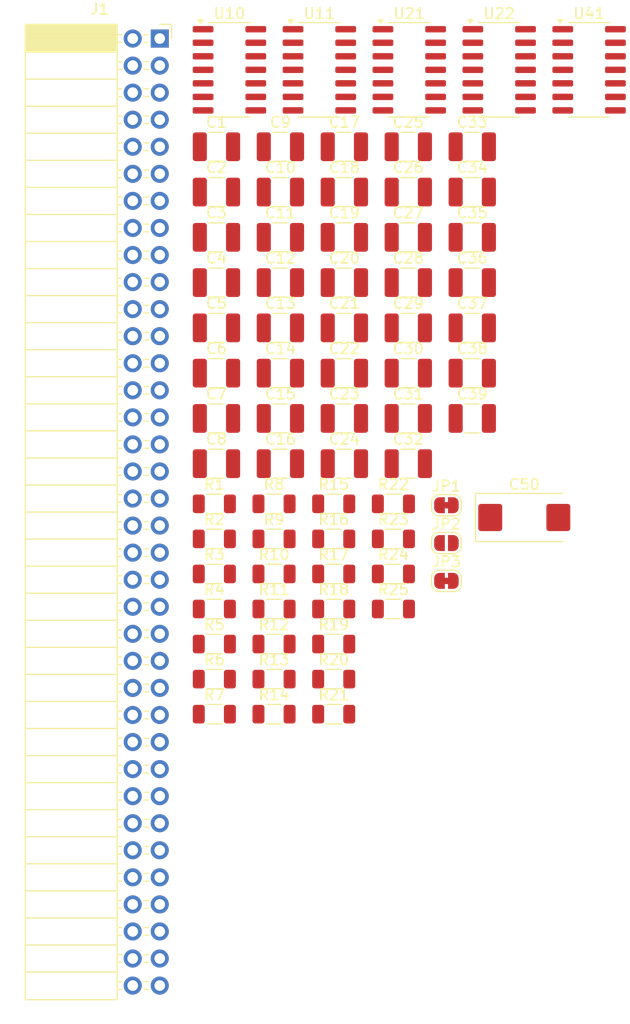
<source format=kicad_pcb>
(kicad_pcb (version 20241229) (generator "pcbnew") (generator_version "9.0")
  (layers (0 "F.Cu" signal) (2 "B.Cu" signal) (13 "F.Paste" user) (15 "B.Paste" user) (5 "F.SilkS" user "F.Silkscreen") (7 "B.SilkS" user "B.Silkscreen") (1 "F.Mask" user) (3 "B.Mask" user) (25 "Edge.Cuts" user))
  (net 0 "")
  (net 1 "VCC")
  (net 2 "GND")
  (net 3 "/CAS3")
  (net 4 "C5D2")
  (net 5 "C0D3")
  (net 6 "C3D0")
  (net 7 "/WRITE4")
  (net 8 "/CAS0")
  (net 9 "C8D2")
  (net 10 "/~{A9}")
  (net 11 "C4D0")
  (net 12 "C5D1")
  (net 13 "C6D2")
  (net 14 "C8D0")
  (net 15 "C5D0")
  (net 16 "C8D3")
  (net 17 "C1D2")
  (net 18 "C2D1")
  (net 19 "/ID1")
  (net 20 "C2D3")
  (net 21 "/~{A0}")
  (net 22 "C0D2")
  (net 23 "C3D1")
  (net 24 "C8D1")
  (net 25 "/CAS1")
  (net 26 "/~{A4}")
  (net 27 "C0D0")
  (net 28 "C4D2")
  (net 29 "/~{A6}")
  (net 30 "/~{A2}")
  (net 31 "C1D0")
  (net 32 "/CAS2")
  (net 33 "/WRITE2")
  (net 34 "/RAS")
  (net 35 "C4D3")
  (net 36 "C7D3")
  (net 37 "/OE")
  (net 38 "C6D0")
  (net 39 "C6D3")
  (net 40 "/~{A1}")
  (net 41 "C7D2")
  (net 42 "C3D3")
  (net 43 "/ID2")
  (net 44 "C2D2")
  (net 45 "/~{A7}")
  (net 46 "/WRITE3")
  (net 47 "/ID0")
  (net 48 "C4D1")
  (net 49 "/~{A8}")
  (net 50 "C1D1")
  (net 51 "/~{A3}")
  (net 52 "C7D0")
  (net 53 "C0D1")
  (net 54 "/~{A5}")
  (net 55 "C3D2")
  (net 56 "C7D1")
  (net 57 "/WRITE0")
  (net 58 "C1D3")
  (net 59 "C5D3")
  (net 60 "/WRITE1")
  (net 61 "C2D0")
  (net 62 "C6D1")
  (net 63 "Net-(R1-Pad2)")
  (net 64 "A9")
  (net 65 "Net-(R2-Pad2)")
  (net 66 "A7")
  (net 67 "~{WRITE4}")
  (net 68 "Net-(R3-Pad2)")
  (net 69 "~{CAS3}")
  (net 70 "Net-(R4-Pad2)")
  (net 71 "Net-(R5-Pad2)")
  (net 72 "~{WRITE0}")
  (net 73 "~{CAS1}")
  (net 74 "Net-(R6-Pad2)")
  (net 75 "~{WRITE2}")
  (net 76 "Net-(R7-Pad2)")
  (net 77 "Net-(R8-Pad2)")
  (net 78 "A5")
  (net 79 "A3")
  (net 80 "Net-(R9-Pad2)")
  (net 81 "Net-(R10-Pad2)")
  (net 82 "A1")
  (net 83 "~{RAS0}")
  (net 84 "Net-(R11-Pad2)")
  (net 85 "~{RAS1}")
  (net 86 "Net-(R12-Pad2)")
  (net 87 "~{RAS2}")
  (net 88 "Net-(R13-Pad2)")
  (net 89 "Net-(R14-Pad2)")
  (net 90 "~{RAS3}")
  (net 91 "A8")
  (net 92 "Net-(R15-Pad1)")
  (net 93 "Net-(R16-Pad1)")
  (net 94 "A6")
  (net 95 "Net-(R17-Pad1)")
  (net 96 "A4")
  (net 97 "~{WRITE3}")
  (net 98 "Net-(R18-Pad1)")
  (net 99 "~{CAS2}")
  (net 100 "Net-(R19-Pad1)")
  (net 101 "Net-(R20-Pad1)")
  (net 102 "~{CAS0}")
  (net 103 "~{WRITE1}")
  (net 104 "Net-(R21-Pad1)")
  (net 105 "A2")
  (net 106 "Net-(R22-Pad1)")
  (net 107 "A0")
  (net 108 "Net-(R23-Pad1)")
  (net 109 "Net-(R24-Pad1)")
  (net 110 "~{OE1}")
  (net 111 "~{OE0}")
  (net 112 "Net-(R25-Pad1)")
  (footprint "Capacitor_SMD:C_1210_3225Metric_Pad1.33x2.70mm_HandSolder" (layer "F.Cu") (at 149.73 122.78)
    (property "Reference" "C31" (at 0 -2.3 0) (layer "F.SilkS"))
    (property "Value" "0.1 uF")
    (pad "1" smd roundrect (at -1.5625 0) (size 1.325 2.7) (layers "F.Cu" "F.Mask" "F.Paste") (roundrect_rratio 0.188679) (net 2 "GND"))
    (pad "2" smd roundrect (at 1.5625 0) (size 1.325 2.7) (layers "F.Cu" "F.Mask" "F.Paste") (roundrect_rratio 0.188679) (net 1 "VCC"))
  )
  (footprint "Capacitor_SMD:C_1210_3225Metric_Pad1.33x2.70mm_HandSolder" (layer "F.Cu") (at 143.72 105.78)
    (property "Reference" "C19" (at 0 -2.3 0) (layer "F.SilkS"))
    (property "Value" "0.1 uF")
    (pad "1" smd roundrect (at -1.5625 0) (size 1.325 2.7) (layers "F.Cu" "F.Mask" "F.Paste") (roundrect_rratio 0.188679) (net 2 "GND"))
    (pad "2" smd roundrect (at 1.5625 0) (size 1.325 2.7) (layers "F.Cu" "F.Mask" "F.Paste") (roundrect_rratio 0.188679) (net 1 "VCC"))
  )
  (footprint "Capacitor_SMD:C_1210_3225Metric_Pad1.33x2.70mm_HandSolder" (layer "F.Cu") (at 155.74 97.28)
    (property "Reference" "C33" (at 0 -2.3 0) (layer "F.SilkS"))
    (property "Value" "0.1 uF")
    (pad "1" smd roundrect (at -1.5625 0) (size 1.325 2.7) (layers "F.Cu" "F.Mask" "F.Paste") (roundrect_rratio 0.188679) (net 2 "GND"))
    (pad "2" smd roundrect (at 1.5625 0) (size 1.325 2.7) (layers "F.Cu" "F.Mask" "F.Paste") (roundrect_rratio 0.188679) (net 1 "VCC"))
  )
  (footprint "Capacitor_SMD:C_1210_3225Metric_Pad1.33x2.70mm_HandSolder" (layer "F.Cu") (at 149.73 110.03)
    (property "Reference" "C28" (at 0 -2.3 0) (layer "F.SilkS"))
    (property "Value" "0.1 uF")
    (pad "1" smd roundrect (at -1.5625 0) (size 1.325 2.7) (layers "F.Cu" "F.Mask" "F.Paste") (roundrect_rratio 0.188679) (net 2 "GND"))
    (pad "2" smd roundrect (at 1.5625 0) (size 1.325 2.7) (layers "F.Cu" "F.Mask" "F.Paste") (roundrect_rratio 0.188679) (net 1 "VCC"))
  )
  (footprint "Jumper:SolderJumper-2_P1.3mm_Bridged_RoundedPad1.0x1.5mm" (layer "F.Cu") (at 153.31 138.03)
    (property "Reference" "JP3" (at 0 -1.8 0) (layer "F.SilkS"))
    (property "Value" "Jumper_2_closed")
    (fp_poly (pts (xy 0.25 -0.3) (xy -0.25 -0.3) (xy -0.25 0.3) (xy 0.25 0.3)) (fill yes) (layer "F.Cu"))
    (pad "1" smd custom (at -0.65 0) (size 1 0.5) (layers "F.Cu" "F.Mask") (net 2 "GND") (options (clearance outline) (anchor rect)) (primitives (gr_circle (center 0 0.25) (end 0.5 0.25) (width 0) (fill yes)) (gr_circle (center 0 -0.25) (end 0.5 -0.25) (width 0) (fill yes)) (gr_poly (pts (xy 0.5 0.75) (xy 0 0.75) (xy 0 -0.75) (xy 0.5 -0.75)) (width 0) (fill yes))))
    (pad "2" smd custom (at 0.65 0) (size 1 0.5) (layers "F.Cu" "F.Mask") (net 43 "/ID2") (options (clearance outline) (anchor rect)) (primitives (gr_circle (center 0 0.25) (end 0.5 0.25) (width 0) (fill yes)) (gr_circle (center 0 -0.25) (end 0.5 -0.25) (width 0) (fill yes)) (gr_poly (pts (xy 0 0.75) (xy -0.5 0.75) (xy -0.5 -0.75) (xy 0 -0.75)) (width 0) (fill yes))))
  )
  (footprint "Resistor_SMD:R_1206_3216Metric" (layer "F.Cu") (at 137.11 140.67)
    (property "Reference" "R11" (at 0 -1.82 0) (layer "F.SilkS"))
    (property "Value" "15")
    (pad "1" smd roundrect (at -1.4625 0) (size 1.125 1.75) (layers "F.Cu" "F.Mask" "F.Paste") (roundrect_rratio 0.222222) (net 83 "~{RAS0}"))
    (pad "2" smd roundrect (at 1.4625 0) (size 1.125 1.75) (layers "F.Cu" "F.Mask" "F.Paste") (roundrect_rratio 0.222222) (net 84 "Net-(R11-Pad2)"))
  )
  (footprint "Capacitor_SMD:C_1210_3225Metric_Pad1.33x2.70mm_HandSolder" (layer "F.Cu") (at 155.74 114.28)
    (property "Reference" "C37" (at 0 -2.3 0) (layer "F.SilkS"))
    (property "Value" "0.1 uF")
    (pad "1" smd roundrect (at -1.5625 0) (size 1.325 2.7) (layers "F.Cu" "F.Mask" "F.Paste") (roundrect_rratio 0.188679) (net 2 "GND"))
    (pad "2" smd roundrect (at 1.5625 0) (size 1.325 2.7) (layers "F.Cu" "F.Mask" "F.Paste") (roundrect_rratio 0.188679) (net 1 "VCC"))
  )
  (footprint "Resistor_SMD:R_1206_3216Metric" (layer "F.Cu") (at 142.72 147.25)
    (property "Reference" "R20" (at 0 -1.82 0) (layer "F.SilkS"))
    (property "Value" "15")
    (pad "1" smd roundrect (at -1.4625 0) (size 1.125 1.75) (layers "F.Cu" "F.Mask" "F.Paste") (roundrect_rratio 0.222222) (net 101 "Net-(R20-Pad1)"))
    (pad "2" smd roundrect (at 1.4625 0) (size 1.125 1.75) (layers "F.Cu" "F.Mask" "F.Paste") (roundrect_rratio 0.222222) (net 102 "~{CAS0}"))
  )
  (footprint "Capacitor_SMD:C_1210_3225Metric_Pad1.33x2.70mm_HandSolder" (layer "F.Cu") (at 143.72 118.53)
    (property "Reference" "C22" (at 0 -2.3 0) (layer "F.SilkS"))
    (property "Value" "0.1 uF")
    (pad "1" smd roundrect (at -1.5625 0) (size 1.325 2.7) (layers "F.Cu" "F.Mask" "F.Paste") (roundrect_rratio 0.188679) (net 2 "GND"))
    (pad "2" smd roundrect (at 1.5625 0) (size 1.325 2.7) (layers "F.Cu" "F.Mask" "F.Paste") (roundrect_rratio 0.188679) (net 1 "VCC"))
  )
  (footprint "Capacitor_SMD:C_1210_3225Metric_Pad1.33x2.70mm_HandSolder" (layer "F.Cu") (at 131.7 118.53)
    (property "Reference" "C6" (at 0 -2.3 0) (layer "F.SilkS"))
    (property "Value" "0.1 uF")
    (pad "1" smd roundrect (at -1.5625 0) (size 1.325 2.7) (layers "F.Cu" "F.Mask" "F.Paste") (roundrect_rratio 0.188679) (net 2 "GND"))
    (pad "2" smd roundrect (at 1.5625 0) (size 1.325 2.7) (layers "F.Cu" "F.Mask" "F.Paste") (roundrect_rratio 0.188679) (net 1 "VCC"))
  )
  (footprint "Resistor_SMD:R_1206_3216Metric" (layer "F.Cu") (at 137.11 134.09)
    (property "Reference" "R9" (at 0 -1.82 0) (layer "F.SilkS"))
    (property "Value" "15")
    (pad "1" smd roundrect (at -1.4625 0) (size 1.125 1.75) (layers "F.Cu" "F.Mask" "F.Paste") (roundrect_rratio 0.222222) (net 79 "A3"))
    (pad "2" smd roundrect (at 1.4625 0) (size 1.125 1.75) (layers "F.Cu" "F.Mask" "F.Paste") (roundrect_rratio 0.222222) (net 80 "Net-(R9-Pad2)"))
  )
  (footprint "Connector_PinSocket_2.54mm:PinSocket_2x36_P2.54mm_Horizontal" (layer "F.Cu") (at 126.37 87.12)
    (property "Reference" "J1" (at -5.65 -2.77 0) (layer "F.SilkS"))
    (property "Value" "Conn_02x36_Top_Bottom")
    (pad "1" thru_hole rect (at 0 0) (size 1.7 1.7) (drill 1) (layers "*.Cu" "*.Mask") (net 14 "C8D0"))
    (pad "2" thru_hole oval (at -2.54 0) (size 1.7 1.7) (drill 1) (layers "*.Cu" "*.Mask") (net 9 "C8D2"))
    (pad "3" thru_hole oval (at 0 2.54) (size 1.7 1.7) (drill 1) (layers "*.Cu" "*.Mask") (net 52 "C7D0"))
    (pad "4" thru_hole oval (at -2.54 2.54) (size 1.7 1.7) (drill 1) (layers "*.Cu" "*.Mask") (net 41 "C7D2"))
    (pad "5" thru_hole oval (at 0 5.08) (size 1.7 1.7) (drill 1) (layers "*.Cu" "*.Mask") (net 1 "VCC"))
    (pad "6" thru_hole oval (at -2.54 5.08) (size 1.7 1.7) (drill 1) (layers "*.Cu" "*.Mask") (net 38 "C6D0"))
    (pad "7" thru_hole oval (at 0 7.62) (size 1.7 1.7) (drill 1) (layers "*.Cu" "*.Mask") (net 13 "C6D2"))
    (pad "8" thru_hole oval (at -2.54 7.62) (size 1.7 1.7) (drill 1) (layers "*.Cu" "*.Mask") (net 15 "C5D0"))
    (pad "9" thru_hole oval (at 0 10.16) (size 1.7 1.7) (drill 1) (layers "*.Cu" "*.Mask") (net 4 "C5D2"))
    (pad "10" thru_hole oval (at -2.54 10.16) (size 1.7 1.7) (drill 1) (layers "*.Cu" "*.Mask") (net 49 "/~{A8}"))
    (pad "11" thru_hole oval (at 0 12.7) (size 1.7 1.7) (drill 1) (layers "*.Cu" "*.Mask") (net 29 "/~{A6}"))
    (pad "12" thru_hole oval (at -2.54 12.7) (size 1.7 1.7) (drill 1) (layers "*.Cu" "*.Mask") (net 26 "/~{A4}"))
    (pad "13" thru_hole oval (at 0 15.24) (size 1.7 1.7) (drill 1) (layers "*.Cu" "*.Mask") (net 2 "GND"))
    (pad "14" thru_hole oval (at -2.54 15.24) (size 1.7 1.7) (drill 1) (layers "*.Cu" "*.Mask") (net 46 "/WRITE3"))
    (pad "15" thru_hole oval (at 0 17.78) (size 1.7 1.7) (drill 1) (layers "*.Cu" "*.Mask") (net 32 "/CAS2"))
    (pad "16" thru_hole oval (at -2.54 17.78) (size 1.7 1.7) (drill 1) (layers "*.Cu" "*.Mask") (net 2 "GND"))
    (pad "17" thru_hole oval (at 0 20.32) (size 1.7 1.7) (drill 1) (layers "*.Cu" "*.Mask") (net 37 "/OE"))
    (pad "18" thru_hole oval (at -2.54 20.32) (size 1.7 1.7) (drill 1) (layers "*.Cu" "*.Mask") (net 8 "/CAS0"))
    (pad "19" thru_hole oval (at 0 22.86) (size 1.7 1.7) (drill 1) (layers "*.Cu" "*.Mask") (net 1 "VCC"))
    (pad "20" thru_hole oval (at -2.54 22.86) (size 1.7 1.7) (drill 1) (layers "*.Cu" "*.Mask") (net 60 "/WRITE1"))
    (pad "21" thru_hole oval (at 0 25.4) (size 1.7 1.7) (drill 1) (layers "*.Cu" "*.Mask") (net 30 "/~{A2}"))
    (pad "22" thru_hole oval (at -2.54 25.4) (size 1.7 1.7) (drill 1) (layers "*.Cu" "*.Mask") (net 21 "/~{A0}"))
    (pad "23" thru_hole oval (at 0 27.94) (size 1.7 1.7) (drill 1) (layers "*.Cu" "*.Mask") (net 19 "/ID1"))
    (pad "24" thru_hole oval (at -2.54 27.94) (size 1.7 1.7) (drill 1) (layers "*.Cu" "*.Mask") (net 47 "/ID0"))
    (pad "25" thru_hole oval (at 0 30.48) (size 1.7 1.7) (drill 1) (layers "*.Cu" "*.Mask") (net 11 "C4D0"))
    (pad "26" thru_hole oval (at -2.54 30.48) (size 1.7 1.7) (drill 1) (layers "*.Cu" "*.Mask") (net 28 "C4D2"))
    (pad "27" thru_hole oval (at 0 33.02) (size 1.7 1.7) (drill 1) (layers "*.Cu" "*.Mask") (net 2 "GND"))
    (pad "28" thru_hole oval (at -2.54 33.02) (size 1.7 1.7) (drill 1) (layers "*.Cu" "*.Mask") (net 6 "C3D0"))
    (pad "29" thru_hole oval (at 0 35.56) (size 1.7 1.7) (drill 1) (layers "*.Cu" "*.Mask") (net 55 "C3D2"))
    (pad "30" thru_hole oval (at -2.54 35.56) (size 1.7 1.7) (drill 1) (layers "*.Cu" "*.Mask") (net 61 "C2D0"))
    (pad "31" thru_hole oval (at 0 38.1) (size 1.7 1.7) (drill 1) (layers "*.Cu" "*.Mask") (net 44 "C2D2"))
    (pad "32" thru_hole oval (at -2.54 38.1) (size 1.7 1.7) (drill 1) (layers "*.Cu" "*.Mask") (net 31 "C1D0"))
    (pad "33" thru_hole oval (at 0 40.64) (size 1.7 1.7) (drill 1) (layers "*.Cu" "*.Mask") (net 17 "C1D2"))
    (pad "34" thru_hole oval (at -2.54 40.64) (size 1.7 1.7) (drill 1) (layers "*.Cu" "*.Mask") (net 27 "C0D0"))
    (pad "35" thru_hole oval (at 0 43.18) (size 1.7 1.7) (drill 1) (layers "*.Cu" "*.Mask") (net 22 "C0D2"))
    (pad "36" thru_hole oval (at -2.54 43.18) (size 1.7 1.7) (drill 1) (layers "*.Cu" "*.Mask") (net 2 "GND"))
    (pad "37" thru_hole oval (at 0 45.72) (size 1.7 1.7) (drill 1) (layers "*.Cu" "*.Mask") (net 2 "GND"))
    (pad "38" thru_hole oval (at -2.54 45.72) (size 1.7 1.7) (drill 1) (layers "*.Cu" "*.Mask") (net 24 "C8D1"))
    (pad "39" thru_hole oval (at 0 48.26) (size 1.7 1.7) (drill 1) (layers "*.Cu" "*.Mask") (net 16 "C8D3"))
    (pad "40" thru_hole oval (at -2.54 48.26) (size 1.7 1.7) (drill 1) (layers "*.Cu" "*.Mask") (net 56 "C7D1"))
    (pad "41" thru_hole oval (at 0 50.8) (size 1.7 1.7) (drill 1) (layers "*.Cu" "*.Mask") (net 36 "C7D3"))
    (pad "42" thru_hole oval (at -2.54 50.8) (size 1.7 1.7) (drill 1) (layers "*.Cu" "*.Mask") (net 62 "C6D1"))
    (pad "43" thru_hole oval (at 0 53.34) (size 1.7 1.7) (drill 1) (layers "*.Cu" "*.Mask") (net 39 "C6D3"))
    (pad "44" thru_hole oval (at -2.54 53.34) (size 1.7 1.7) (drill 1) (layers "*.Cu" "*.Mask") (net 12 "C5D1"))
    (pad "45" thru_hole oval (at 0 55.88) (size 1.7 1.7) (drill 1) (layers "*.Cu" "*.Mask") (net 59 "C5D3"))
    (pad "46" thru_hole oval (at -2.54 55.88) (size 1.7 1.7) (drill 1) (layers "*.Cu" "*.Mask") (net 2 "GND"))
    (pad "47" thru_hole oval (at 0 58.42) (size 1.7 1.7) (drill 1) (layers "*.Cu" "*.Mask") (net 10 "/~{A9}"))
    (pad "48" thru_hole oval (at -2.54 58.42) (size 1.7 1.7) (drill 1) (layers "*.Cu" "*.Mask") (net 45 "/~{A7}"))
    (pad "49" thru_hole oval (at 0 60.96) (size 1.7 1.7) (drill 1) (layers "*.Cu" "*.Mask") (net 7 "/WRITE4"))
    (pad "50" thru_hole oval (at -2.54 60.96) (size 1.7 1.7) (drill 1) (layers "*.Cu" "*.Mask") (net 3 "/CAS3"))
    (pad "51" thru_hole oval (at 0 63.5) (size 1.7 1.7) (drill 1) (layers "*.Cu" "*.Mask") (net 1 "VCC"))
    (pad "52" thru_hole oval (at -2.54 63.5) (size 1.7 1.7) (drill 1) (layers "*.Cu" "*.Mask") (net 57 "/WRITE0"))
    (pad "53" thru_hole oval (at 0 66.04) (size 1.7 1.7) (drill 1) (layers "*.Cu" "*.Mask") (net 34 "/RAS"))
    (pad "54" thru_hole oval (at -2.54 66.04) (size 1.7 1.7) (drill 1) (layers "*.Cu" "*.Mask") (net 2 "GND"))
    (pad "55" thru_hole oval (at 0 68.58) (size 1.7 1.7) (drill 1) (layers "*.Cu" "*.Mask") (net 25 "/CAS1"))
    (pad "56" thru_hole oval (at -2.54 68.58) (size 1.7 1.7) (drill 1) (layers "*.Cu" "*.Mask") (net 33 "/WRITE2"))
    (pad "57" thru_hole oval (at 0 71.12) (size 1.7 1.7) (drill 1) (layers "*.Cu" "*.Mask") (net 2 "GND"))
    (pad "58" thru_hole oval (at -2.54 71.12) (size 1.7 1.7) (drill 1) (layers "*.Cu" "*.Mask") (net 54 "/~{A5}"))
    (pad "59" thru_hole oval (at 0 73.66) (size 1.7 1.7) (drill 1) (layers "*.Cu" "*.Mask") (net 51 "/~{A3}"))
    (pad "60" thru_hole oval (at -2.54 73.66) (size 1.7 1.7) (drill 1) (layers "*.Cu" "*.Mask") (net 40 "/~{A1}"))
    (pad "61" thru_hole oval (at 0 76.2) (size 1.7 1.7) (drill 1) (layers "*.Cu" "*.Mask") (net 43 "/ID2"))
    (pad "62" thru_hole oval (at -2.54 76.2) (size 1.7 1.7) (drill 1) (layers "*.Cu" "*.Mask") (net 48 "C4D1"))
    (pad "63" thru_hole oval (at 0 78.74) (size 1.7 1.7) (drill 1) (layers "*.Cu" "*.Mask") (net 35 "C4D3"))
    (pad "64" thru_hole oval (at -2.54 78.74) (size 1.7 1.7) (drill 1) (layers "*.Cu" "*.Mask") (net 23 "C3D1"))
    (pad "65" thru_hole oval (at 0 81.28) (size 1.7 1.7) (drill 1) (layers "*.Cu" "*.Mask") (net 42 "C3D3"))
    (pad "66" thru_hole oval (at -2.54 81.28) (size 1.7 1.7) (drill 1) (layers "*.Cu" "*.Mask") (net 18 "C2D1"))
    (pad "67" thru_hole oval (at 0 83.82) (size 1.7 1.7) (drill 1) (layers "*.Cu" "*.Mask") (net 20 "C2D3"))
    (pad "68" thru_hole oval (at -2.54 83.82) (size 1.7 1.7) (drill 1) (layers "*.Cu" "*.Mask") (net 1 "VCC"))
    (pad "69" thru_hole oval (at 0 86.36) (size 1.7 1.7) (drill 1) (layers "*.Cu" "*.Mask") (net 50 "C1D1"))
    (pad "70" thru_hole oval (at -2.54 86.36) (size 1.7 1.7) (drill 1) (layers "*.Cu" "*.Mask") (net 58 "C1D3"))
    (pad "71" thru_hole oval (at 0 88.9) (size 1.7 1.7) (drill 1) (layers "*.Cu" "*.Mask") (net 53 "C0D1"))
    (pad "72" thru_hole oval (at -2.54 88.9) (size 1.7 1.7) (drill 1) (layers "*.Cu" "*.Mask") (net 5 "C0D3"))
  )
  (footprint "Capacitor_SMD:C_1210_3225Metric_Pad1.33x2.70mm_HandSolder" (layer "F.Cu") (at 131.7 110.03)
    (property "Reference" "C4" (at 0 -2.3 0) (layer "F.SilkS"))
    (property "Value" "0.1 uF")
    (pad "1" smd roundrect (at -1.5625 0) (size 1.325 2.7) (layers "F.Cu" "F.Mask" "F.Paste") (roundrect_rratio 0.188679) (net 2 "GND"))
    (pad "2" smd roundrect (at 1.5625 0) (size 1.325 2.7) (layers "F.Cu" "F.Mask" "F.Paste") (roundrect_rratio 0.188679) (net 1 "VCC"))
  )
  (footprint "Resistor_SMD:R_1206_3216Metric" (layer "F.Cu") (at 137.11 147.25)
    (property "Reference" "R13" (at 0 -1.82 0) (layer "F.SilkS"))
    (property "Value" "15")
    (pad "1" smd roundrect (at -1.4625 0) (size 1.125 1.75) (layers "F.Cu" "F.Mask" "F.Paste") (roundrect_rratio 0.222222) (net 87 "~{RAS2}"))
    (pad "2" smd roundrect (at 1.4625 0) (size 1.125 1.75) (layers "F.Cu" "F.Mask" "F.Paste") (roundrect_rratio 0.222222) (net 88 "Net-(R13-Pad2)"))
  )
  (footprint "Capacitor_SMD:C_1210_3225Metric_Pad1.33x2.70mm_HandSolder" (layer "F.Cu") (at 149.73 127.03)
    (property "Reference" "C32" (at 0 -2.3 0) (layer "F.SilkS"))
    (property "Value" "0.1 uF")
    (pad "1" smd roundrect (at -1.5625 0) (size 1.325 2.7) (layers "F.Cu" "F.Mask" "F.Paste") (roundrect_rratio 0.188679) (net 2 "GND"))
    (pad "2" smd roundrect (at 1.5625 0) (size 1.325 2.7) (layers "F.Cu" "F.Mask" "F.Paste") (roundrect_rratio 0.188679) (net 1 "VCC"))
  )
  (footprint "Capacitor_SMD:C_1210_3225Metric_Pad1.33x2.70mm_HandSolder" (layer "F.Cu") (at 143.72 101.53)
    (property "Reference" "C18" (at 0 -2.3 0) (layer "F.SilkS"))
    (property "Value" "0.1 uF")
    (pad "1" smd roundrect (at -1.5625 0) (size 1.325 2.7) (layers "F.Cu" "F.Mask" "F.Paste") (roundrect_rratio 0.188679) (net 2 "GND"))
    (pad "2" smd roundrect (at 1.5625 0) (size 1.325 2.7) (layers "F.Cu" "F.Mask" "F.Paste") (roundrect_rratio 0.188679) (net 1 "VCC"))
  )
  (footprint "Capacitor_SMD:C_1210_3225Metric_Pad1.33x2.70mm_HandSolder" (layer "F.Cu") (at 143.72 122.78)
    (property "Reference" "C23" (at 0 -2.3 0) (layer "F.SilkS"))
    (property "Value" "0.1 uF")
    (pad "1" smd roundrect (at -1.5625 0) (size 1.325 2.7) (layers "F.Cu" "F.Mask" "F.Paste") (roundrect_rratio 0.188679) (net 2 "GND"))
    (pad "2" smd roundrect (at 1.5625 0) (size 1.325 2.7) (layers "F.Cu" "F.Mask" "F.Paste") (roundrect_rratio 0.188679) (net 1 "VCC"))
  )
  (footprint "Capacitor_SMD:C_1210_3225Metric_Pad1.33x2.70mm_HandSolder" (layer "F.Cu") (at 131.7 101.53)
    (property "Reference" "C2" (at 0 -2.3 0) (layer "F.SilkS"))
    (property "Value" "0.1 uF")
    (pad "1" smd roundrect (at -1.5625 0) (size 1.325 2.7) (layers "F.Cu" "F.Mask" "F.Paste") (roundrect_rratio 0.188679) (net 2 "GND"))
    (pad "2" smd roundrect (at 1.5625 0) (size 1.325 2.7) (layers "F.Cu" "F.Mask" "F.Paste") (roundrect_rratio 0.188679) (net 1 "VCC"))
  )
  (footprint "Resistor_SMD:R_1206_3216Metric" (layer "F.Cu") (at 131.5 137.38)
    (property "Reference" "R3" (at 0 -1.82 0) (layer "F.SilkS"))
    (property "Value" "15")
    (pad "1" smd roundrect (at -1.4625 0) (size 1.125 1.75) (layers "F.Cu" "F.Mask" "F.Paste") (roundrect_rratio 0.222222) (net 67 "~{WRITE4}"))
    (pad "2" smd roundrect (at 1.4625 0) (size 1.125 1.75) (layers "F.Cu" "F.Mask" "F.Paste") (roundrect_rratio 0.222222) (net 68 "Net-(R3-Pad2)"))
  )
  (footprint "Capacitor_SMD:C_1210_3225Metric_Pad1.33x2.70mm_HandSolder" (layer "F.Cu") (at 155.74 110.03)
    (property "Reference" "C36" (at 0 -2.3 0) (layer "F.SilkS"))
    (property "Value" "0.1 uF")
    (pad "1" smd roundrect (at -1.5625 0) (size 1.325 2.7) (layers "F.Cu" "F.Mask" "F.Paste") (roundrect_rratio 0.188679) (net 2 "GND"))
    (pad "2" smd roundrect (at 1.5625 0) (size 1.325 2.7) (layers "F.Cu" "F.Mask" "F.Paste") (roundrect_rratio 0.188679) (net 1 "VCC"))
  )
  (footprint "Capacitor_SMD:C_1210_3225Metric_Pad1.33x2.70mm_HandSolder" (layer "F.Cu") (at 137.71 122.78)
    (property "Reference" "C15" (at 0 -2.3 0) (layer "F.SilkS"))
    (property "Value" "0.1 uF")
    (pad "1" smd roundrect (at -1.5625 0) (size 1.325 2.7) (layers "F.Cu" "F.Mask" "F.Paste") (roundrect_rratio 0.188679) (net 2 "GND"))
    (pad "2" smd roundrect (at 1.5625 0) (size 1.325 2.7) (layers "F.Cu" "F.Mask" "F.Paste") (roundrect_rratio 0.188679) (net 1 "VCC"))
  )
  (footprint "Resistor_SMD:R_1206_3216Metric" (layer "F.Cu") (at 142.72 130.8)
    (property "Reference" "R15" (at 0 -1.82 0) (layer "F.SilkS"))
    (property "Value" "15")
    (pad "1" smd roundrect (at -1.4625 0) (size 1.125 1.75) (layers "F.Cu" "F.Mask" "F.Paste") (roundrect_rratio 0.222222) (net 92 "Net-(R15-Pad1)"))
    (pad "2" smd roundrect (at 1.4625 0) (size 1.125 1.75) (layers "F.Cu" "F.Mask" "F.Paste") (roundrect_rratio 0.222222) (net 91 "A8"))
  )
  (footprint "Capacitor_SMD:C_1210_3225Metric_Pad1.33x2.70mm_HandSolder" (layer "F.Cu") (at 155.74 118.53)
    (property "Reference" "C38" (at 0 -2.3 0) (layer "F.SilkS"))
    (property "Value" "0.1 uF")
    (pad "1" smd roundrect (at -1.5625 0) (size 1.325 2.7) (layers "F.Cu" "F.Mask" "F.Paste") (roundrect_rratio 0.188679) (net 2 "GND"))
    (pad "2" smd roundrect (at 1.5625 0) (size 1.325 2.7) (layers "F.Cu" "F.Mask" "F.Paste") (roundrect_rratio 0.188679) (net 1 "VCC"))
  )
  (footprint "Capacitor_SMD:C_1210_3225Metric_Pad1.33x2.70mm_HandSolder" (layer "F.Cu") (at 149.73 97.28)
    (property "Reference" "C25" (at 0 -2.3 0) (layer "F.SilkS"))
    (property "Value" "0.1 uF")
    (pad "1" smd roundrect (at -1.5625 0) (size 1.325 2.7) (layers "F.Cu" "F.Mask" "F.Paste") (roundrect_rratio 0.188679) (net 2 "GND"))
    (pad "2" smd roundrect (at 1.5625 0) (size 1.325 2.7) (layers "F.Cu" "F.Mask" "F.Paste") (roundrect_rratio 0.188679) (net 1 "VCC"))
  )
  (footprint "Capacitor_SMD:C_1210_3225Metric_Pad1.33x2.70mm_HandSolder" (layer "F.Cu") (at 137.71 101.53)
    (property "Reference" "C10" (at 0 -2.3 0) (layer "F.SilkS"))
    (property "Value" "0.1 uF")
    (pad "1" smd roundrect (at -1.5625 0) (size 1.325 2.7) (layers "F.Cu" "F.Mask" "F.Paste") (roundrect_rratio 0.188679) (net 2 "GND"))
    (pad "2" smd roundrect (at 1.5625 0) (size 1.325 2.7) (layers "F.Cu" "F.Mask" "F.Paste") (roundrect_rratio 0.188679) (net 1 "VCC"))
  )
  (footprint "Capacitor_SMD:C_1210_3225Metric_Pad1.33x2.70mm_HandSolder" (layer "F.Cu") (at 137.71 114.28)
    (property "Reference" "C13" (at 0 -2.3 0) (layer "F.SilkS"))
    (property "Value" "0.1 uF")
    (pad "1" smd roundrect (at -1.5625 0) (size 1.325 2.7) (layers "F.Cu" "F.Mask" "F.Paste") (roundrect_rratio 0.188679) (net 2 "GND"))
    (pad "2" smd roundrect (at 1.5625 0) (size 1.325 2.7) (layers "F.Cu" "F.Mask" "F.Paste") (roundrect_rratio 0.188679) (net 1 "VCC"))
  )
  (footprint "Capacitor_SMD:C_1210_3225Metric_Pad1.33x2.70mm_HandSolder" (layer "F.Cu") (at 137.71 118.53)
    (property "Reference" "C14" (at 0 -2.3 0) (layer "F.SilkS"))
    (property "Value" "0.1 uF")
    (pad "1" smd roundrect (at -1.5625 0) (size 1.325 2.7) (layers "F.Cu" "F.Mask" "F.Paste") (roundrect_rratio 0.188679) (net 2 "GND"))
    (pad "2" smd roundrect (at 1.5625 0) (size 1.325 2.7) (layers "F.Cu" "F.Mask" "F.Paste") (roundrect_rratio 0.188679) (net 1 "VCC"))
  )
  (footprint "Resistor_SMD:R_1206_3216Metric" (layer "F.Cu") (at 131.5 150.54)
    (property "Reference" "R7" (at 0 -1.82 0) (layer "F.SilkS"))
    (property "Value" "15")
    (pad "1" smd roundrect (at -1.4625 0) (size 1.125 1.75) (layers "F.Cu" "F.Mask" "F.Paste") (roundrect_rratio 0.222222) (net 75 "~{WRITE2}"))
    (pad "2" smd roundrect (at 1.4625 0) (size 1.125 1.75) (layers "F.Cu" "F.Mask" "F.Paste") (roundrect_rratio 0.222222) (net 76 "Net-(R7-Pad2)"))
  )
  (footprint "Capacitor_SMD:C_1210_3225Metric_Pad1.33x2.70mm_HandSolder" (layer "F.Cu") (at 143.72 114.28)
    (property "Reference" "C21" (at 0 -2.3 0) (layer "F.SilkS"))
    (property "Value" "0.1 uF")
    (pad "1" smd roundrect (at -1.5625 0) (size 1.325 2.7) (layers "F.Cu" "F.Mask" "F.Paste") (roundrect_rratio 0.188679) (net 2 "GND"))
    (pad "2" smd roundrect (at 1.5625 0) (size 1.325 2.7) (layers "F.Cu" "F.Mask" "F.Paste") (roundrect_rratio 0.188679) (net 1 "VCC"))
  )
  (footprint "Resistor_SMD:R_1206_3216Metric" (layer "F.Cu") (at 142.72 140.67)
    (property "Reference" "R18" (at 0 -1.82 0) (layer "F.SilkS"))
    (property "Value" "15")
    (pad "1" smd roundrect (at -1.4625 0) (size 1.125 1.75) (layers "F.Cu" "F.Mask" "F.Paste") (roundrect_rratio 0.222222) (net 98 "Net-(R18-Pad1)"))
    (pad "2" smd roundrect (at 1.4625 0) (size 1.125 1.75) (layers "F.Cu" "F.Mask" "F.Paste") (roundrect_rratio 0.222222) (net 97 "~{WRITE3}"))
  )
  (footprint "Resistor_SMD:R_1206_3216Metric" (layer "F.Cu") (at 131.5 143.96)
    (property "Reference" "R5" (at 0 -1.82 0) (layer "F.SilkS"))
    (property "Value" "15")
    (pad "1" smd roundrect (at -1.4625 0) (size 1.125 1.75) (layers "F.Cu" "F.Mask" "F.Paste") (roundrect_rratio 0.222222) (net 72 "~{WRITE0}"))
    (pad "2" smd roundrect (at 1.4625 0) (size 1.125 1.75) (layers "F.Cu" "F.Mask" "F.Paste") (roundrect_rratio 0.222222) (net 71 "Net-(R5-Pad2)"))
  )
  (footprint "Package_SO:SOIC-14_3.9x8.7mm_P1.27mm" (layer "F.Cu") (at 158.27 90.055)
    (property "Reference" "U22" (at 0 -5.28 0) (layer "F.SilkS"))
    (property "Value" "74AHCT04")
    (pad "1" smd roundrect (at -2.475 -3.81) (size 1.95 0.6) (layers "F.Cu" "F.Mask" "F.Paste") (net 49 "/~{A8}"))
    (pad "2" smd roundrect (at -2.475 -2.54) (size 1.95 0.6) (layers "F.Cu" "F.Mask" "F.Paste") (net 92 "Net-(R15-Pad1)"))
    (pad "3" smd roundrect (at -2.475 -1.27) (size 1.95 0.6) (layers "F.Cu" "F.Mask" "F.Paste") (net 1 "VCC"))
    (pad "4" smd roundrect (at -2.475 0) (size 1.95 0.6) (layers "F.Cu" "F.Mask" "F.Paste"))
    (pad "5" smd roundrect (at -2.475 1.27) (size 1.95 0.6) (layers "F.Cu" "F.Mask" "F.Paste") (net 34 "/RAS"))
    (pad "6" smd roundrect (at -2.475 2.54) (size 1.95 0.6) (layers "F.Cu" "F.Mask" "F.Paste") (net 86 "Net-(R12-Pad2)"))
    (pad "7" smd roundrect (at -2.475 3.81) (size 1.95 0.6) (layers "F.Cu" "F.Mask" "F.Paste") (net 2 "GND"))
    (pad "8" smd roundrect (at 2.475 3.81) (size 1.95 0.6) (layers "F.Cu" "F.Mask" "F.Paste") (net 81 "Net-(R10-Pad2)"))
    (pad "9" smd roundrect (at 2.475 2.54) (size 1.95 0.6) (layers "F.Cu" "F.Mask" "F.Paste") (net 40 "/~{A1}"))
    (pad "10" smd roundrect (at 2.475 1.27) (size 1.95 0.6) (layers "F.Cu" "F.Mask" "F.Paste") (net 80 "Net-(R9-Pad2)"))
    (pad "11" smd roundrect (at 2.475 0) (size 1.95 0.6) (layers "F.Cu" "F.Mask" "F.Paste") (net 51 "/~{A3}"))
    (pad "12" smd roundrect (at 2.475 -1.27) (size 1.95 0.6) (layers "F.Cu" "F.Mask" "F.Paste") (net 106 "Net-(R22-Pad1)"))
    (pad "13" smd roundrect (at 2.475 -2.54) (size 1.95 0.6) (layers "F.Cu" "F.Mask" "F.Paste") (net 30 "/~{A2}"))
    (pad "14" smd roundrect (at 2.475 -3.81) (size 1.95 0.6) (layers "F.Cu" "F.Mask" "F.Paste") (net 1 "VCC"))
  )
  (footprint "Capacitor_SMD:C_1210_3225Metric_Pad1.33x2.70mm_HandSolder" (layer "F.Cu") (at 149.73 114.28)
    (property "Reference" "C29" (at 0 -2.3 0) (layer "F.SilkS"))
    (property "Value" "0.1 uF")
    (pad "1" smd roundrect (at -1.5625 0) (size 1.325 2.7) (layers "F.Cu" "F.Mask" "F.Paste") (roundrect_rratio 0.188679) (net 2 "GND"))
    (pad "2" smd roundrect (at 1.5625 0) (size 1.325 2.7) (layers "F.Cu" "F.Mask" "F.Paste") (roundrect_rratio 0.188679) (net 1 "VCC"))
  )
  (footprint "Resistor_SMD:R_1206_3216Metric" (layer "F.Cu") (at 142.72 143.96)
    (property "Reference" "R19" (at 0 -1.82 0) (layer "F.SilkS"))
    (property "Value" "15")
    (pad "1" smd roundrect (at -1.4625 0) (size 1.125 1.75) (layers "F.Cu" "F.Mask" "F.Paste") (roundrect_rratio 0.222222) (net 100 "Net-(R19-Pad1)"))
    (pad "2" smd roundrect (at 1.4625 0) (size 1.125 1.75) (layers "F.Cu" "F.Mask" "F.Paste") (roundrect_rratio 0.222222) (net 99 "~{CAS2}"))
  )
  (footprint "Capacitor_SMD:C_1210_3225Metric_Pad1.33x2.70mm_HandSolder" (layer "F.Cu") (at 143.72 97.28)
    (property "Reference" "C17" (at 0 -2.3 0) (layer "F.SilkS"))
    (property "Value" "0.1 uF")
    (pad "1" smd roundrect (at -1.5625 0) (size 1.325 2.7) (layers "F.Cu" "F.Mask" "F.Paste") (roundrect_rratio 0.188679) (net 2 "GND"))
    (pad "2" smd roundrect (at 1.5625 0) (size 1.325 2.7) (layers "F.Cu" "F.Mask" "F.Paste") (roundrect_rratio 0.188679) (net 1 "VCC"))
  )
  (footprint "Capacitor_SMD:C_1210_3225Metric_Pad1.33x2.70mm_HandSolder" (layer "F.Cu") (at 131.7 97.28)
    (property "Reference" "C1" (at 0 -2.3 0) (layer "F.SilkS"))
    (property "Value" "0.1 uF")
    (pad "1" smd roundrect (at -1.5625 0) (size 1.325 2.7) (layers "F.Cu" "F.Mask" "F.Paste") (roundrect_rratio 0.188679) (net 2 "GND"))
    (pad "2" smd roundrect (at 1.5625 0) (size 1.325 2.7) (layers "F.Cu" "F.Mask" "F.Paste") (roundrect_rratio 0.188679) (net 1 "VCC"))
  )
  (footprint "Capacitor_SMD:C_1210_3225Metric_Pad1.33x2.70mm_HandSolder" (layer "F.Cu") (at 137.71 110.03)
    (property "Reference" "C12" (at 0 -2.3 0) (layer "F.SilkS"))
    (property "Value" "0.1 uF")
    (pad "1" smd roundrect (at -1.5625 0) (size 1.325 2.7) (layers "F.Cu" "F.Mask" "F.Paste") (roundrect_rratio 0.188679) (net 2 "GND"))
    (pad "2" smd roundrect (at 1.5625 0) (size 1.325 2.7) (layers "F.Cu" "F.Mask" "F.Paste") (roundrect_rratio 0.188679) (net 1 "VCC"))
  )
  (footprint "Resistor_SMD:R_1206_3216Metric" (layer "F.Cu") (at 142.72 150.54)
    (property "Reference" "R21" (at 0 -1.82 0) (layer "F.SilkS"))
    (property "Value" "15")
    (pad "1" smd roundrect (at -1.4625 0) (size 1.125 1.75) (layers "F.Cu" "F.Mask" "F.Paste") (roundrect_rratio 0.222222) (net 104 "Net-(R21-Pad1)"))
    (pad "2" smd roundrect (at 1.4625 0) (size 1.125 1.75) (layers "F.Cu" "F.Mask" "F.Paste") (roundrect_rratio 0.222222) (net 103 "~{WRITE1}"))
  )
  (footprint "Capacitor_SMD:C_1210_3225Metric_Pad1.33x2.70mm_HandSolder" (layer "F.Cu") (at 137.71 105.78)
    (property "Reference" "C11" (at 0 -2.3 0) (layer "F.SilkS"))
    (property "Value" "0.1 uF")
    (pad "1" smd roundrect (at -1.5625 0) (size 1.325 2.7) (layers "F.Cu" "F.Mask" "F.Paste") (roundrect_rratio 0.188679) (net 2 "GND"))
    (pad "2" smd roundrect (at 1.5625 0) (size 1.325 2.7) (layers "F.Cu" "F.Mask" "F.Paste") (roundrect_rratio 0.188679) (net 1 "VCC"))
  )
  (footprint "Jumper:SolderJumper-2_P1.3mm_Bridged_RoundedPad1.0x1.5mm" (layer "F.Cu") (at 153.31 130.93)
    (property "Reference" "JP1" (at 0 -1.8 0) (layer "F.SilkS"))
    (property "Value" "Jumper_2_Bridged")
    (fp_poly (pts (xy 0.25 -0.3) (xy -0.25 -0.3) (xy -0.25 0.3) (xy 0.25 0.3)) (fill yes) (layer "F.Cu"))
    (pad "1" smd custom (at -0.65 0) (size 1 0.5) (layers "F.Cu" "F.Mask") (net 2 "GND") (options (clearance outline) (anchor rect)) (primitives (gr_circle (center 0 0.25) (end 0.5 0.25) (width 0) (fill yes)) (gr_circle (center 0 -0.25) (end 0.5 -0.25) (width 0) (fill yes)) (gr_poly (pts (xy 0.5 0.75) (xy 0 0.75) (xy 0 -0.75) (xy 0.5 -0.75)) (width 0) (fill yes))))
    (pad "2" smd custom (at 0.65 0) (size 1 0.5) (layers "F.Cu" "F.Mask") (net 47 "/ID0") (options (clearance outline) (anchor rect)) (primitives (gr_circle (center 0 0.25) (end 0.5 0.25) (width 0) (fill yes)) (gr_circle (center 0 -0.25) (end 0.5 -0.25) (width 0) (fill yes)) (gr_poly (pts (xy 0 0.75) (xy -0.5 0.75) (xy -0.5 -0.75) (xy 0 -0.75)) (width 0) (fill yes))))
  )
  (footprint "Resistor_SMD:R_1206_3216Metric" (layer "F.Cu") (at 148.33 134.09)
    (property "Reference" "R23" (at 0 -1.82 0) (layer "F.SilkS"))
    (property "Value" "15")
    (pad "1" smd roundrect (at -1.4625 0) (size 1.125 1.75) (layers "F.Cu" "F.Mask" "F.Paste") (roundrect_rratio 0.222222) (net 108 "Net-(R23-Pad1)"))
    (pad "2" smd roundrect (at 1.4625 0) (size 1.125 1.75) (layers "F.Cu" "F.Mask" "F.Paste") (roundrect_rratio 0.222222) (net 107 "A0"))
  )
  (footprint "Resistor_SMD:R_1206_3216Metric" (layer "F.Cu") (at 131.5 140.67)
    (property "Reference" "R4" (at 0 -1.82 0) (layer "F.SilkS"))
    (property "Value" "15")
    (pad "1" smd roundrect (at -1.4625 0) (size 1.125 1.75) (layers "F.Cu" "F.Mask" "F.Paste") (roundrect_rratio 0.222222) (net 69 "~{CAS3}"))
    (pad "2" smd roundrect (at 1.4625 0) (size 1.125 1.75) (layers "F.Cu" "F.Mask" "F.Paste") (roundrect_rratio 0.222222) (net 70 "Net-(R4-Pad2)"))
  )
  (footprint "Capacitor_SMD:C_1210_3225Metric_Pad1.33x2.70mm_HandSolder" (layer "F.Cu") (at 137.71 97.28)
    (property "Reference" "C9" (at 0 -2.3 0) (layer "F.SilkS"))
    (property "Value" "0.1 uF")
    (pad "1" smd roundrect (at -1.5625 0) (size 1.325 2.7) (layers "F.Cu" "F.Mask" "F.Paste") (roundrect_rratio 0.188679) (net 2 "GND"))
    (pad "2" smd roundrect (at 1.5625 0) (size 1.325 2.7) (layers "F.Cu" "F.Mask" "F.Paste") (roundrect_rratio 0.188679) (net 1 "VCC"))
  )
  (footprint "Package_SO:SOIC-14_3.9x8.7mm_P1.27mm" (layer "F.Cu") (at 149.82 90.055)
    (property "Reference" "U21" (at 0 -5.28 0) (layer "F.SilkS"))
    (property "Value" "74AHCT04")
    (pad "1" smd roundrect (at -2.475 -3.81) (size 1.95 0.6) (layers "F.Cu" "F.Mask" "F.Paste") (net 7 "/WRITE4"))
    (pad "2" smd roundrect (at -2.475 -2.54) (size 1.95 0.6) (layers "F.Cu" "F.Mask" "F.Paste") (net 68 "Net-(R3-Pad2)"))
    (pad "3" smd roundrect (at -2.475 -1.27) (size 1.95 0.6) (layers "F.Cu" "F.Mask" "F.Paste") (net 1 "VCC"))
    (pad "4" smd roundrect (at -2.475 0) (size 1.95 0.6) (layers "F.Cu" "F.Mask" "F.Paste"))
    (pad "5" smd roundrect (at -2.475 1.27) (size 1.95 0.6) (layers "F.Cu" "F.Mask" "F.Paste") (net 60 "/WRITE1"))
    (pad "6" smd roundrect (at -2.475 2.54) (size 1.95 0.6) (layers "F.Cu" "F.Mask" "F.Paste") (net 104 "Net-(R21-Pad1)"))
    (pad "7" smd roundrect (at -2.475 3.81) (size 1.95 0.6) (layers "F.Cu" "F.Mask" "F.Paste") (net 2 "GND"))
    (pad "8" smd roundrect (at 2.475 3.81) (size 1.95 0.6) (layers "F.Cu" "F.Mask" "F.Paste") (net 74 "Net-(R6-Pad2)"))
    (pad "9" smd roundrect (at 2.475 2.54) (size 1.95 0.6) (layers "F.Cu" "F.Mask" "F.Paste") (net 25 "/CAS1"))
    (pad "10" smd roundrect (at 2.475 1.27) (size 1.95 0.6) (layers "F.Cu" "F.Mask" "F.Paste") (net 98 "Net-(R18-Pad1)"))
    (pad "11" smd roundrect (at 2.475 0) (size 1.95 0.6) (layers "F.Cu" "F.Mask" "F.Paste") (net 46 "/WRITE3"))
    (pad "12" smd roundrect (at 2.475 -1.27) (size 1.95 0.6) (layers "F.Cu" "F.Mask" "F.Paste") (net 112 "Net-(R25-Pad1)"))
    (pad "13" smd roundrect (at 2.475 -2.54) (size 1.95 0.6) (layers "F.Cu" "F.Mask" "F.Paste") (net 37 "/OE"))
    (pad "14" smd roundrect (at 2.475 -3.81) (size 1.95 0.6) (layers "F.Cu" "F.Mask" "F.Paste") (net 1 "VCC"))
  )
  (footprint "Resistor_SMD:R_1206_3216Metric" (layer "F.Cu") (at 137.11 150.54)
    (property "Reference" "R14" (at 0 -1.82 0) (layer "F.SilkS"))
    (property "Value" "15")
    (pad "1" smd roundrect (at -1.4625 0) (size 1.125 1.75) (layers "F.Cu" "F.Mask" "F.Paste") (roundrect_rratio 0.222222) (net 90 "~{RAS3}"))
    (pad "2" smd roundrect (at 1.4625 0) (size 1.125 1.75) (layers "F.Cu" "F.Mask" "F.Paste") (roundrect_rratio 0.222222) (net 89 "Net-(R14-Pad2)"))
  )
  (footprint "Package_SO:SOIC-14_3.9x8.7mm_P1.27mm" (layer "F.Cu") (at 141.37 90.055)
    (property "Reference" "U11" (at 0 -5.28 0) (layer "F.SilkS"))
    (property "Value" "74AHCT04")
    (pad "1" smd roundrect (at -2.475 -3.81) (size 1.95 0.6) (layers "F.Cu" "F.Mask" "F.Paste") (net 26 "/~{A4}"))
    (pad "2" smd roundrect (at -2.475 -2.54) (size 1.95 0.6) (layers "F.Cu" "F.Mask" "F.Paste") (net 95 "Net-(R17-Pad1)"))
    (pad "3" smd roundrect (at -2.475 -1.27) (size 1.95 0.6) (layers "F.Cu" "F.Mask" "F.Paste") (net 1 "VCC"))
    (pad "4" smd roundrect (at -2.475 0) (size 1.95 0.6) (layers "F.Cu" "F.Mask" "F.Paste"))
    (pad "5" smd roundrect (at -2.475 1.27) (size 1.95 0.6) (layers "F.Cu" "F.Mask" "F.Paste") (net 34 "/RAS"))
    (pad "6" smd roundrect (at -2.475 2.54) (size 1.95 0.6) (layers "F.Cu" "F.Mask" "F.Paste") (net 84 "Net-(R11-Pad2)"))
    (pad "7" smd roundrect (at -2.475 3.81) (size 1.95 0.6) (layers "F.Cu" "F.Mask" "F.Paste") (net 2 "GND"))
    (pad "8" smd roundrect (at 2.475 3.81) (size 1.95 0.6) (layers "F.Cu" "F.Mask" "F.Paste") (net 76 "Net-(R7-Pad2)"))
    (pad "9" smd roundrect (at 2.475 2.54) (size 1.95 0.6) (layers "F.Cu" "F.Mask" "F.Paste") (net 33 "/WRITE2"))
    (pad "10" smd roundrect (at 2.475 1.27) (size 1.95 0.6) (layers "F.Cu" "F.Mask" "F.Paste") (net 71 "Net-(R5-Pad2)"))
    (pad "11" smd roundrect (at 2.475 0) (size 1.95 0.6) (layers "F.Cu" "F.Mask" "F.Paste") (net 57 "/WRITE0"))
    (pad "12" smd roundrect (at 2.475 -1.27) (size 1.95 0.6) (layers "F.Cu" "F.Mask" "F.Paste") (net 77 "Net-(R8-Pad2)"))
    (pad "13" smd roundrect (at 2.475 -2.54) (size 1.95 0.6) (layers "F.Cu" "F.Mask" "F.Paste") (net 54 "/~{A5}"))
    (pad "14" smd roundrect (at 2.475 -3.81) (size 1.95 0.6) (layers "F.Cu" "F.Mask" "F.Paste") (net 1 "VCC"))
  )
  (footprint "Resistor_SMD:R_1206_3216Metric" (layer "F.Cu") (at 137.11 143.96)
    (property "Reference" "R12" (at 0 -1.82 0) (layer "F.SilkS"))
    (property "Value" "15")
    (pad "1" smd roundrect (at -1.4625 0) (size 1.125 1.75) (layers "F.Cu" "F.Mask" "F.Paste") (roundrect_rratio 0.222222) (net 85 "~{RAS1}"))
    (pad "2" smd roundrect (at 1.4625 0) (size 1.125 1.75) (layers "F.Cu" "F.Mask" "F.Paste") (roundrect_rratio 0.222222) (net 86 "Net-(R12-Pad2)"))
  )
  (footprint "Resistor_SMD:R_1206_3216Metric" (layer "F.Cu") (at 148.33 137.38)
    (property "Reference" "R24" (at 0 -1.82 0) (layer "F.SilkS"))
    (property "Value" "15")
    (pad "1" smd roundrect (at -1.4625 0) (size 1.125 1.75) (layers "F.Cu" "F.Mask" "F.Paste") (roundrect_rratio 0.222222) (net 109 "Net-(R24-Pad1)"))
    (pad "2" smd roundrect (at 1.4625 0) (size 1.125 1.75) (layers "F.Cu" "F.Mask" "F.Paste") (roundrect_rratio 0.222222) (net 110 "~{OE1}"))
  )
  (footprint "Capacitor_SMD:C_1210_3225Metric_Pad1.33x2.70mm_HandSolder" (layer "F.Cu") (at 155.74 101.53)
    (property "Reference" "C34" (at 0 -2.3 0) (layer "F.SilkS"))
    (property "Value" "0.1 uF")
    (pad "1" smd roundrect (at -1.5625 0) (size 1.325 2.7) (layers "F.Cu" "F.Mask" "F.Paste") (roundrect_rratio 0.188679) (net 2 "GND"))
    (pad "2" smd roundrect (at 1.5625 0) (size 1.325 2.7) (layers "F.Cu" "F.Mask" "F.Paste") (roundrect_rratio 0.188679) (net 1 "VCC"))
  )
  (footprint "Capacitor_SMD:C_1210_3225Metric_Pad1.33x2.70mm_HandSolder" (layer "F.Cu") (at 131.7 127.03)
    (property "Reference" "C8" (at 0 -2.3 0) (layer "F.SilkS"))
    (property "Value" "0.1 uF")
    (pad "1" smd roundrect (at -1.5625 0) (size 1.325 2.7) (layers "F.Cu" "F.Mask" "F.Paste") (roundrect_rratio 0.188679) (net 2 "GND"))
    (pad "2" smd roundrect (at 1.5625 0) (size 1.325 2.7) (layers "F.Cu" "F.Mask" "F.Paste") (roundrect_rratio 0.188679) (net 1 "VCC"))
  )
  (footprint "Capacitor_SMD:C_1210_3225Metric_Pad1.33x2.70mm_HandSolder" (layer "F.Cu") (at 155.74 105.78)
    (property "Reference" "C35" (at 0 -2.3 0) (layer "F.SilkS"))
    (property "Value" "0.1 uF")
    (pad "1" smd roundrect (at -1.5625 0) (size 1.325 2.7) (layers "F.Cu" "F.Mask" "F.Paste") (roundrect_rratio 0.188679) (net 2 "GND"))
    (pad "2" smd roundrect (at 1.5625 0) (size 1.325 2.7) (layers "F.Cu" "F.Mask" "F.Paste") (roundrect_rratio 0.188679) (net 1 "VCC"))
  )
  (footprint "Resistor_SMD:R_1206_3216Metric" (layer "F.Cu") (at 142.72 137.38)
    (property "Reference" "R17" (at 0 -1.82 0) (layer "F.SilkS"))
    (property "Value" "15")
    (pad "1" smd roundrect (at -1.4625 0) (size 1.125 1.75) (layers "F.Cu" "F.Mask" "F.Paste") (roundrect_rratio 0.222222) (net 95 "Net-(R17-Pad1)"))
    (pad "2" smd roundrect (at 1.4625 0) (size 1.125 1.75) (layers "F.Cu" "F.Mask" "F.Paste") (roundrect_rratio 0.222222) (net 96 "A4"))
  )
  (footprint "Resistor_SMD:R_1206_3216Metric" (layer "F.Cu") (at 137.11 130.8)
    (property "Reference" "R8" (at 0 -1.82 0) (layer "F.SilkS"))
    (property "Value" "15")
    (pad "1" smd roundrect (at -1.4625 0) (size 1.125 1.75) (layers "F.Cu" "F.Mask" "F.Paste") (roundrect_rratio 0.222222) (net 78 "A5"))
    (pad "2" smd roundrect (at 1.4625 0) (size 1.125 1.75) (layers "F.Cu" "F.Mask" "F.Paste") (roundrect_rratio 0.222222) (net 77 "Net-(R8-Pad2)"))
  )
  (footprint "Capacitor_SMD:C_1210_3225Metric_Pad1.33x2.70mm_HandSolder" (layer "F.Cu") (at 137.71 127.03)
    (property "Reference" "C16" (at 0 -2.3 0) (layer "F.SilkS"))
    (property "Value" "0.1 uF")
    (pad "1" smd roundrect (at -1.5625 0) (size 1.325 2.7) (layers "F.Cu" "F.Mask" "F.Paste") (roundrect_rratio 0.188679) (net 2 "GND"))
    (pad "2" smd roundrect (at 1.5625 0) (size 1.325 2.7) (layers "F.Cu" "F.Mask" "F.Paste") (roundrect_rratio 0.188679) (net 1 "VCC"))
  )
  (footprint "Capacitor_SMD:C_1210_3225Metric_Pad1.33x2.70mm_HandSolder" (layer "F.Cu") (at 149.73 118.53)
    (property "Reference" "C30" (at 0 -2.3 0) (layer "F.SilkS"))
    (property "Value" "0.1 uF")
    (pad "1" smd roundrect (at -1.5625 0) (size 1.325 2.7) (layers "F.Cu" "F.Mask" "F.Paste") (roundrect_rratio 0.188679) (net 2 "GND"))
    (pad "2" smd roundrect (at 1.5625 0) (size 1.325 2.7) (layers "F.Cu" "F.Mask" "F.Paste") (roundrect_rratio 0.188679) (net 1 "VCC"))
  )
  (footprint "Capacitor_SMD:C_1210_3225Metric_Pad1.33x2.70mm_HandSolder" (layer "F.Cu") (at 131.7 114.28)
    (property "Reference" "C5" (at 0 -2.3 0) (layer "F.SilkS"))
    (property "Value" "0.1 uF")
    (pad "1" smd roundrect (at -1.5625 0) (size 1.325 2.7) (layers "F.Cu" "F.Mask" "F.Paste") (roundrect_rratio 0.188679) (net 2 "GND"))
    (pad "2" smd roundrect (at 1.5625 0) (size 1.325 2.7) (layers "F.Cu" "F.Mask" "F.Paste") (roundrect_rratio 0.188679) (net 1 "VCC"))
  )
  (footprint "Capacitor_Tantalum_SMD:CP_EIA-7343-20_Kemet-V_Pad2.25x2.55mm_HandSolder" (layer "F.Cu") (at 160.63 132.08)
    (property "Reference" "C50" (at 0 -3.1 0) (layer "F.SilkS"))
    (property "Value" "47 uF")
    (pad "1" smd roundrect (at -3.2 0) (size 2.25 2.55) (layers "F.Cu" "F.Mask" "F.Paste") (roundrect_rratio 0.111111) (net 1 "VCC"))
    (pad "2" smd roundrect (at 3.2 0) (size 2.25 2.55) (layers "F.Cu" "F.Mask" "F.Paste") (roundrect_rratio 0.111111) (net 2 "GND"))
  )
  (footprint "Capacitor_SMD:C_1210_3225Metric_Pad1.33x2.70mm_HandSolder" (layer "F.Cu") (at 143.72 110.03)
    (property "Reference" "C20" (at 0 -2.3 0) (layer "F.SilkS"))
    (property "Value" "0.1 uF")
    (pad "1" smd roundrect (at -1.5625 0) (size 1.325 2.7) (layers "F.Cu" "F.Mask" "F.Paste") (roundrect_rratio 0.188679) (net 2 "GND"))
    (pad "2" smd roundrect (at 1.5625 0) (size 1.325 2.7) (layers "F.Cu" "F.Mask" "F.Paste") (roundrect_rratio 0.188679) (net 1 "VCC"))
  )
  (footprint "Capacitor_SMD:C_1210_3225Metric_Pad1.33x2.70mm_HandSolder" (layer "F.Cu") (at 131.7 122.78)
    (property "Reference" "C7" (at 0 -2.3 0) (layer "F.SilkS"))
    (property "Value" "0.1 uF")
    (pad "1" smd roundrect (at -1.5625 0) (size 1.325 2.7) (layers "F.Cu" "F.Mask" "F.Paste") (roundrect_rratio 0.188679) (net 2 "GND"))
    (pad "2" smd roundrect (at 1.5625 0) (size 1.325 2.7) (layers "F.Cu" "F.Mask" "F.Paste") (roundrect_rratio 0.188679) (net 1 "VCC"))
  )
  (footprint "Capacitor_SMD:C_1210_3225Metric_Pad1.33x2.70mm_HandSolder" (layer "F.Cu") (at 149.73 101.53)
    (property "Reference" "C26" (at 0 -2.3 0) (layer "F.SilkS"))
    (property "Value" "0.1 uF")
    (pad "1" smd roundrect (at -1.5625 0) (size 1.325 2.7) (layers "F.Cu" "F.Mask" "F.Paste") (roundrect_rratio 0.188679) (net 2 "GND"))
    (pad "2" smd roundrect (at 1.5625 0) (size 1.325 2.7) (layers "F.Cu" "F.Mask" "F.Paste") (roundrect_rratio 0.188679) (net 1 "VCC"))
  )
  (footprint "Resistor_SMD:R_1206_3216Metric" (layer "F.Cu") (at 148.33 140.67)
    (property "Reference" "R25" (at 0 -1.82 0) (layer "F.SilkS"))
    (property "Value" "15")
    (pad "1" smd roundrect (at -1.4625 0) (size 1.125 1.75) (layers "F.Cu" "F.Mask" "F.Paste") (roundrect_rratio 0.222222) (net 112 "Net-(R25-Pad1)"))
    (pad "2" smd roundrect (at 1.4625 0) (size 1.125 1.75) (layers "F.Cu" "F.Mask" "F.Paste") (roundrect_rratio 0.222222) (net 111 "~{OE0}"))
  )
  (footprint "Package_SO:SOIC-14_3.9x8.7mm_P1.27mm" (layer "F.Cu") (at 166.72 90.055)
    (property "Reference" "U41" (at 0 -5.28 0) (layer "F.SilkS"))
    (property "Value" "74AHCT04")
    (pad "1" smd roundrect (at -2.475 -3.81) (size 1.95 0.6) (layers "F.Cu" "F.Mask" "F.Paste") (net 32 "/CAS2"))
    (pad "2" smd roundrect (at -2.475 -2.54) (size 1.95 0.6) (layers "F.Cu" "F.Mask" "F.Paste") (net 100 "Net-(R19-Pad1)"))
    (pad "3" smd roundrect (at -2.475 -1.27) (size 1.95 0.6) (layers "F.Cu" "F.Mask" "F.Paste") (net 3 "/CAS3"))
    (pad "4" smd roundrect (at -2.475 0) (size 1.95 0.6) (layers "F.Cu" "F.Mask" "F.Paste") (net 70 "Net-(R4-Pad2)"))
    (pad "5" smd roundrect (at -2.475 1.27) (size 1.95 0.6) (layers "F.Cu" "F.Mask" "F.Paste") (net 37 "/OE"))
    (pad "6" smd roundrect (at -2.475 2.54) (size 1.95 0.6) (layers "F.Cu" "F.Mask" "F.Paste") (net 109 "Net-(R24-Pad1)"))
    (pad "7" smd roundrect (at -2.475 3.81) (size 1.95 0.6) (layers "F.Cu" "F.Mask" "F.Paste") (net 2 "GND"))
    (pad "8" smd roundrect (at 2.475 3.81) (size 1.95 0.6) (layers "F.Cu" "F.Mask" "F.Paste") (net 88 "Net-(R13-Pad2)"))
    (pad "9" smd roundrect (at 2.475 2.54) (size 1.95 0.6) (layers "F.Cu" "F.Mask" "F.Paste") (net 34 "/RAS"))
    (pad "10" smd roundrect (at 2.475 1.27) (size 1.95 0.6) (layers "F.Cu" "F.Mask" "F.Paste"))
    (pad "11" smd roundrect (at 2.475 0) (size 1.95 0.6) (layers "F.Cu" "F.Mask" "F.Paste") (net 1 "VCC"))
    (pad "12" smd roundrect (at 2.475 -1.27) (size 1.95 0.6) (layers "F.Cu" "F.Mask" "F.Paste") (net 89 "Net-(R14-Pad2)"))
    (pad "13" smd roundrect (at 2.475 -2.54) (size 1.95 0.6) (layers "F.Cu" "F.Mask" "F.Paste") (net 34 "/RAS"))
    (pad "14" smd roundrect (at 2.475 -3.81) (size 1.95 0.6) (layers "F.Cu" "F.Mask" "F.Paste") (net 1 "VCC"))
  )
  (footprint "Capacitor_SMD:C_1210_3225Metric_Pad1.33x2.70mm_HandSolder" (layer "F.Cu") (at 149.73 105.78)
    (property "Reference" "C27" (at 0 -2.3 0) (layer "F.SilkS"))
    (property "Value" "0.1 uF")
    (pad "1" smd roundrect (at -1.5625 0) (size 1.325 2.7) (layers "F.Cu" "F.Mask" "F.Paste") (roundrect_rratio 0.188679) (net 2 "GND"))
    (pad "2" smd roundrect (at 1.5625 0) (size 1.325 2.7) (layers "F.Cu" "F.Mask" "F.Paste") (roundrect_rratio 0.188679) (net 1 "VCC"))
  )
  (footprint "Package_SO:SOIC-14_3.9x8.7mm_P1.27mm" (layer "F.Cu") (at 132.92 90.055)
    (property "Reference" "U10" (at 0 -5.28 0) (layer "F.SilkS"))
    (property "Value" "74AHCT04")
    (pad "1" smd roundrect (at -2.475 -3.81) (size 1.95 0.6) (layers "F.Cu" "F.Mask" "F.Paste") (net 45 "/~{A7}"))
    (pad "2" smd roundrect (at -2.475 -2.54) (size 1.95 0.6) (layers "F.Cu" "F.Mask" "F.Paste") (net 65 "Net-(R2-Pad2)"))
    (pad "3" smd roundrect (at -2.475 -1.27) (size 1.95 0.6) (layers "F.Cu" "F.Mask" "F.Paste") (net 10 "/~{A9}"))
    (pad "4" smd roundrect (at -2.475 0) (size 1.95 0.6) (layers "F.Cu" "F.Mask" "F.Paste") (net 63 "Net-(R1-Pad2)"))
    (pad "5" smd roundrect (at -2.475 1.27) (size 1.95 0.6) (layers "F.Cu" "F.Mask" "F.Paste") (net 21 "/~{A0}"))
    (pad "6" smd roundrect (at -2.475 2.54) (size 1.95 0.6) (layers "F.Cu" "F.Mask" "F.Paste") (net 108 "Net-(R23-Pad1)"))
    (pad "7" smd roundrect (at -2.475 3.81) (size 1.95 0.6) (layers "F.Cu" "F.Mask" "F.Paste") (net 2 "GND"))
    (pad "8" smd roundrect (at 2.475 3.81) (size 1.95 0.6) (layers "F.Cu" "F.Mask" "F.Paste") (net 101 "Net-(R20-Pad1)"))
    (pad "9" smd roundrect (at 2.475 2.54) (size 1.95 0.6) (layers "F.Cu" "F.Mask" "F.Paste") (net 8 "/CAS0"))
    (pad "10" smd roundrect (at 2.475 1.27) (size 1.95 0.6) (layers "F.Cu" "F.Mask" "F.Paste"))
    (pad "11" smd roundrect (at 2.475 0) (size 1.95 0.6) (layers "F.Cu" "F.Mask" "F.Paste") (net 1 "VCC"))
    (pad "12" smd roundrect (at 2.475 -1.27) (size 1.95 0.6) (layers "F.Cu" "F.Mask" "F.Paste") (net 93 "Net-(R16-Pad1)"))
    (pad "13" smd roundrect (at 2.475 -2.54) (size 1.95 0.6) (layers "F.Cu" "F.Mask" "F.Paste") (net 29 "/~{A6}"))
    (pad "14" smd roundrect (at 2.475 -3.81) (size 1.95 0.6) (layers "F.Cu" "F.Mask" "F.Paste") (net 1 "VCC"))
  )
  (footprint "Capacitor_SMD:C_1210_3225Metric_Pad1.33x2.70mm_HandSolder" (layer "F.Cu") (at 143.72 127.03)
    (property "Reference" "C24" (at 0 -2.3 0) (layer "F.SilkS"))
    (property "Value" "0.1 uF")
    (pad "1" smd roundrect (at -1.5625 0) (size 1.325 2.7) (layers "F.Cu" "F.Mask" "F.Paste") (roundrect_rratio 0.188679) (net 2 "GND"))
    (pad "2" smd roundrect (at 1.5625 0) (size 1.325 2.7) (layers "F.Cu" "F.Mask" "F.Paste") (roundrect_rratio 0.188679) (net 1 "VCC"))
  )
  (footprint "Resistor_SMD:R_1206_3216Metric" (layer "F.Cu") (at 137.11 137.38)
    (property "Reference" "R10" (at 0 -1.82 0) (layer "F.SilkS"))
    (property "Value" "15")
    (pad "1" smd roundrect (at -1.4625 0) (size 1.125 1.75) (layers "F.Cu" "F.Mask" "F.Paste") (roundrect_rratio 0.222222) (net 82 "A1"))
    (pad "2" smd roundrect (at 1.4625 0) (size 1.125 1.75) (layers "F.Cu" "F.Mask" "F.Paste") (roundrect_rratio 0.222222) (net 81 "Net-(R10-Pad2)"))
  )
  (footprint "Resistor_SMD:R_1206_3216Metric" (layer "F.Cu") (at 131.5 130.8)
    (property "Reference" "R1" (at 0 -1.82 0) (layer "F.SilkS"))
    (property "Value" "15")
    (pad "1" smd roundrect (at -1.4625 0) (size 1.125 1.75) (layers "F.Cu" "F.Mask" "F.Paste") (roundrect_rratio 0.222222) (net 64 "A9"))
    (pad "2" smd roundrect (at 1.4625 0) (size 1.125 1.75) (layers "F.Cu" "F.Mask" "F.Paste") (roundrect_rratio 0.222222) (net 63 "Net-(R1-Pad2)"))
  )
  (footprint "Capacitor_SMD:C_1210_3225Metric_Pad1.33x2.70mm_HandSolder" (layer "F.Cu") (at 155.74 122.78)
    (property "Reference" "C39" (at 0 -2.3 0) (layer "F.SilkS"))
    (property "Value" "0.1 uF")
    (pad "1" smd roundrect (at -1.5625 0) (size 1.325 2.7) (layers "F.Cu" "F.Mask" "F.Paste") (roundrect_rratio 0.188679) (net 2 "GND"))
    (pad "2" smd roundrect (at 1.5625 0) (size 1.325 2.7) (layers "F.Cu" "F.Mask" "F.Paste") (roundrect_rratio 0.188679) (net 1 "VCC"))
  )
  (footprint "Resistor_SMD:R_1206_3216Metric" (layer "F.Cu") (at 131.5 147.25)
    (property "Reference" "R6" (at 0 -1.82 0) (layer "F.SilkS"))
    (property "Value" "15")
    (pad "1" smd roundrect (at -1.4625 0) (size 1.125 1.75) (layers "F.Cu" "F.Mask" "F.Paste") (roundrect_rratio 0.222222) (net 73 "~{CAS1}"))
    (pad "2" smd roundrect (at 1.4625 0) (size 1.125 1.75) (layers "F.Cu" "F.Mask" "F.Paste") (roundrect_rratio 0.222222) (net 74 "Net-(R6-Pad2)"))
  )
  (footprint "Resistor_SMD:R_1206_3216Metric" (layer "F.Cu") (at 148.33 130.8)
    (property "Reference" "R22" (at 0 -1.82 0) (layer "F.SilkS"))
    (property "Value" "15")
    (pad "1" smd roundrect (at -1.4625 0) (size 1.125 1.75) (layers "F.Cu" "F.Mask" "F.Paste") (roundrect_rratio 0.222222) (net 106 "Net-(R22-Pad1)"))
    (pad "2" smd roundrect (at 1.4625 0) (size 1.125 1.75) (layers "F.Cu" "F.Mask" "F.Paste") (roundrect_rratio 0.222222) (net 105 "A2"))
  )
  (footprint "Resistor_SMD:R_1206_3216Metric" (layer "F.Cu") (at 131.5 134.09)
    (property "Reference" "R2" (at 0 -1.82 0) (layer "F.SilkS"))
    (property "Value" "15")
    (pad "1" smd roundrect (at -1.4625 0) (size 1.125 1.75) (layers "F.Cu" "F.Mask" "F.Paste") (roundrect_rratio 0.222222) (net 66 "A7"))
    (pad "2" smd roundrect (at 1.4625 0) (size 1.125 1.75) (layers "F.Cu" "F.Mask" "F.Paste") (roundrect_rratio 0.222222) (net 65 "Net-(R2-Pad2)"))
  )
  (footprint "Resistor_SMD:R_1206_3216Metric" (layer "F.Cu") (at 142.72 134.09)
    (property "Reference" "R16" (at 0 -1.82 0) (layer "F.SilkS"))
    (property "Value" "15")
    (pad "1" smd roundrect (at -1.4625 0) (size 1.125 1.75) (layers "F.Cu" "F.Mask" "F.Paste") (roundrect_rratio 0.222222) (net 93 "Net-(R16-Pad1)"))
    (pad "2" smd roundrect (at 1.4625 0) (size 1.125 1.75) (layers "F.Cu" "F.Mask" "F.Paste") (roundrect_rratio 0.222222) (net 94 "A6"))
  )
  (footprint "Capacitor_SMD:C_1210_3225Metric_Pad1.33x2.70mm_HandSolder" (layer "F.Cu") (at 131.7 105.78)
    (property "Reference" "C3" (at 0 -2.3 0) (layer "F.SilkS"))
    (property "Value" "0.1 uF")
    (pad "1" smd roundrect (at -1.5625 0) (size 1.325 2.7) (layers "F.Cu" "F.Mask" "F.Paste") (roundrect_rratio 0.188679) (net 2 "GND"))
    (pad "2" smd roundrect (at 1.5625 0) (size 1.325 2.7) (layers "F.Cu" "F.Mask" "F.Paste") (roundrect_rratio 0.188679) (net 1 "VCC"))
  )
  (footprint "Jumper:SolderJumper-2_P1.3mm_Open_RoundedPad1.0x1.5mm" (layer "F.Cu") (at 153.31 134.48)
    (property "Reference" "JP2" (at 0 -1.8 0) (layer "F.SilkS"))
    (property "Value" "Jumper_2_Open")
    (pad "1" smd custom (at -0.65 0) (size 1 0.5) (layers "F.Cu" "F.Mask") (net 19 "/ID1") (options (clearance outline) (anchor rect)) (primitives (gr_circle (center 0 0.25) (end 0.5 0.25) (width 0) (fill yes)) (gr_circle (center 0 -0.25) (end 0.5 -0.25) (width 0) (fill yes)) (gr_poly (pts (xy 0.5 0.75) (xy 0 0.75) (xy 0 -0.75) (xy 0.5 -0.75)) (width 0) (fill yes))))
    (pad "2" smd custom (at 0.65 0) (size 1 0.5) (layers "F.Cu" "F.Mask") (net 2 "GND") (options (clearance outline) (anchor rect)) (primitives (gr_circle (center 0 0.25) (end 0.5 0.25) (width 0) (fill yes)) (gr_circle (center 0 -0.25) (end 0.5 -0.25) (width 0) (fill yes)) (gr_poly (pts (xy 0 0.75) (xy -0.5 0.75) (xy -0.5 -0.75) (xy 0 -0.75)) (width 0) (fill yes))))
  )
)
</source>
